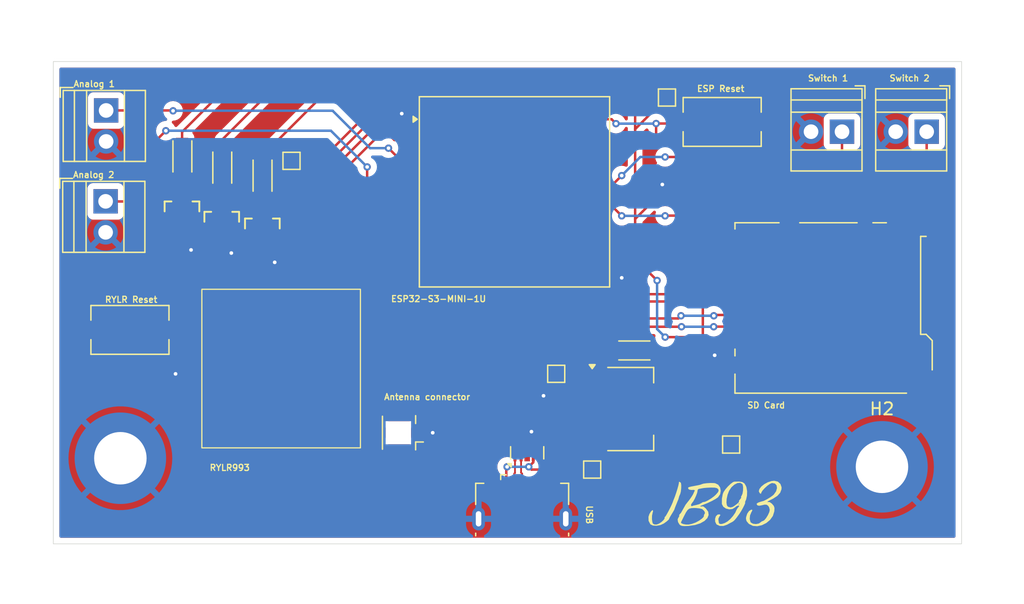
<source format=kicad_pcb>
(kicad_pcb (version 20240108) (generator "pcbnew") (generator_version "8.0")
  (layers (0 "F.Cu" signal) (31 "B.Cu" signal) (34 "B.Paste" user) (35 "F.Paste" user) (36 "B.SilkS" user "B.Silkscreen") (37 "F.SilkS" user "F.Silkscreen") (38 "B.Mask" user) (39 "F.Mask" user) (44 "Edge.Cuts" user))
  (net 0 "")
  (net 1 "GND")
  (net 2 "5V_USB")
  (net 3 "3.3V_OUT")
  (net 4 "Net-(D1-A)")
  (net 5 "Net-(D2-K)")
  (net 6 "Net-(D3-K)")
  (net 7 "Net-(D4-K)")
  (net 9 "USB_D-")
  (net 10 "USB_D+")
  (net 11 "SD_CLK")
  (net 12 "SD_CS")
  (net 15 "SD_MOSI")
  (net 17 "Net-(J2-DAT0)")
  (net 18 "SWITCH_1")
  (net 19 "SWITCH_2")
  (net 20 "Net-(U4-RF)")
  (net 21 "Net-(Q1-Pad1)")
  (net 22 "Net-(Q2-Pad1)")
  (net 23 "Net-(Q3-Pad1)")
  (net 24 "SD_MISO")
  (net 25 "Net-(U4-PH3)")
  (net 26 "Net-(U4-PA10)")
  (net 27 "Net-(U4-PA11)")
  (net 28 "Net-(U4-PA12)")
  (net 29 "Net-(U4-NRST)")
  (net 36 "RYLR_TX")
  (net 39 "RYLR_RX")
  (net 55 "Net-(U1-EN)")
  (net 80 "ANALOG1")
  (net 82 "ANALOG2")
  (footprint "Package_TO_SOT_SMD:SOT-223-3_TabPin2" (layer "F.Cu") (at 235.66 117.4375)
    (property "Reference" "U3" (hide yes))
    (property "Value" "AMS1117-3.3" (hide yes))
  )
  (footprint "AO3418:SOT-23" (layer "F.Cu") (at 198.9 101.08)
    (property "Reference" "Q3" (hide yes))
    (property "Value" "AO3418" (hide yes))
  )
  (footprint "TestPoint:TestPoint_Pad_1.0x1.0mm" (layer "F.Cu") (at 232.53 122.4)
    (property "Reference" "TP1" (hide yes))
    (property "Value" "TestPoint" (hide yes))
  )
  (footprint "LED_SMD:LED_miniPLCC_2315" (layer "F.Cu") (at 205.48 98.18 90)
    (property "Reference" "D2" (hide yes))
    (property "Value" "LED" (hide yes))
  )
  (footprint "Capacitor_SMD:C_0201_0603Metric" (layer "F.Cu") (at 230.39 117.81 90)
    (property "Reference" "C1" (hide yes))
    (property "Value" "10uF" (hide yes))
  )
  (footprint "TerminalBlock:TerminalBlock_Xinya_XY308-2.54-2P_1x02_P2.54mm_Horizontal" (layer "F.Cu") (at 192.682 92.959 -90)
    (property "Reference" "J4" (hide yes))
    (property "Value" "Screw_Terminal_01x02" (hide yes))
  )
  (footprint "TerminalBlock:TerminalBlock_Xinya_XY308-2.54-2P_1x02_P2.54mm_Horizontal" (layer "F.Cu") (at 192.64 100.41 -90)
    (property "Reference" "J6" (hide yes))
    (property "Value" "Screw_Terminal_01x02" (hide yes))
  )
  (footprint "MountingHole:MountingHole_4.3mm_M4_DIN965_Pad" (layer "F.Cu") (at 256.286 122.174)
    (property "Reference" "H2")
    (property "Value" "MountingHole_Pad" (hide yes))
  )
  (footprint "MountingHole:MountingHole_4.3mm_M4_DIN965_Pad" (layer "F.Cu") (at 193.85 121.47)
    (property "Reference" "H1" (hide yes))
    (property "Value" "MountingHole_Pad" (hide yes))
  )
  (footprint "Capacitor_SMD:C_0201_0603Metric" (layer "F.Cu") (at 237.49 99.822 -90)
    (property "Reference" "C5" (hide yes))
    (property "Value" "22uF" (hide yes))
  )
  (footprint "Capacitor_SMD:C_0201_0603Metric" (layer "F.Cu") (at 239.02 95.33 180)
    (property "Reference" "C8" (hide yes))
    (property "Value" "0.1uF" (hide yes))
  )
  (footprint "Button_Switch_SMD:SW_Tactile_SPST_NO_Straight_CK_PTS636Sx25SMTRLFS" (layer "F.Cu") (at 194.635 110.95 180)
    (property "Reference" "SW1" (hide yes))
    (property "Value" "SW_Push" (hide yes))
  )
  (footprint "Capacitor_SMD:C_0201_0603Metric" (layer "F.Cu") (at 240.72 120.55 -90)
    (property "Reference" "C3" (hide yes))
    (property "Value" "10uF" (hide yes))
  )
  (footprint "Resistor_SMD:R_0201_0603Metric" (layer "F.Cu") (at 201.26 104.78 90)
    (property "Reference" "R5" (hide yes))
    (property "Value" "R" (hide yes))
  )
  (footprint "Capacitor_SMD:C_0201_0603Metric" (layer "F.Cu") (at 228.52 117.77 90)
    (property "Reference" "C2" (hide yes))
    (property "Value" "100nF" (hide yes))
  )
  (footprint "Package_DFN_QFN:Diodes_UDFN-10_1.0x2.5mm_P0.5mm" (layer "F.Cu") (at 227.2 121.0225 90)
    (property "Reference" "U2" (hide yes))
    (property "Value" "D3V3XA4B10LP" (hide yes))
  )
  (footprint "Resistor_SMD:R_0201_0603Metric" (layer "F.Cu") (at 215.51 115.32 90)
    (property "Reference" "R3" (hide yes))
    (property "Value" "10k" (hide yes))
  )
  (footprint "Resistor_SMD:R_0201_0603Metric" (layer "F.Cu") (at 204.52 105.41 90)
    (property "Reference" "R4" (hide yes))
    (property "Value" "R" (hide yes))
  )
  (footprint "Capacitor_SMD:C_0201_0603Metric" (layer "F.Cu") (at 237.49 97.79 -90)
    (property "Reference" "C6" (hide yes))
    (property "Value" "0.1uF" (hide yes))
  )
  (footprint "Connector_USB:USB_Micro-B_GCT_USB3076-30-A" (layer "F.Cu") (at 226.788 125.236)
    (property "Reference" "J1" (hide yes))
    (property "Value" "USB_B_Micro" (hide yes))
  )
  (footprint "AO3418:SOT-23" (layer "F.Cu") (at 205.49 102.48)
    (property "Reference" "Q1" (hide yes))
    (property "Value" "AO3418" (hide yes))
  )
  (footprint "LOGO" (layer "F.Cu") (at 242.578369 126.024005)
    (property "Reference" "G***" (hide yes))
    (property "Value" "LOGO" (hide yes))
  )
  (footprint "TestPoint:TestPoint_Pad_1.0x1.0mm" (layer "F.Cu") (at 243.92 120.35)
    (property "Reference" "TP2" (hide yes))
    (property "Value" "TestPoint" (hide yes))
  )
  (footprint "LED_SMD:LED_miniPLCC_2315" (layer "F.Cu") (at 202.18 97.52 90)
    (property "Reference" "D3" (hide yes))
    (property "Value" "LED" (hide yes))
  )
  (footprint "Capacitor_SMD:C_0201_0603Metric" (layer "F.Cu") (at 242.57 114.554 90)
    (property "Reference" "C7" (hide yes))
    (property "Value" "100nF" (hide yes))
  )
  (footprint "TestPoint:TestPoint_Pad_1.0x1.0mm" (layer "F.Cu") (at 207.88 97.09)
    (property "Reference" "TP4" (hide yes))
    (property "Value" "TestPoint" (hide yes))
  )
  (footprint "Resistor_SMD:R_0201_0603Metric" (layer "F.Cu") (at 241.72 105.31)
    (property "Reference" "R2" (hide yes))
    (property "Value" "22" (hide yes))
  )
  (footprint "Connector_Card:microSD_HC_Hirose_DM3BT-DSF-PEJS" (layer "F.Cu") (at 252.12 109.15 90)
    (property "Reference" "J2" (hide yes))
    (property "Value" "Micro_SD_Card" (hide yes))
  )
  (footprint "AO3418:SOT-23" (layer "F.Cu") (at 202.16 101.93)
    (property "Reference" "Q2" (hide yes))
    (property "Value" "AO3418" (hide yes))
  )
  (footprint "Connector_Coaxial:U.FL_Hirose_U.FL-R-SMT-1_Vertical" (layer "F.Cu") (at 217.17 119.38 180)
    (property "Reference" "J5" (hide yes))
    (property "Value" "U.FL-R-SMT-1_10_" (hide yes))
  )
  (footprint "LED_SMD:LED_miniPLCC_2315" (layer "F.Cu") (at 198.91 96.6 90)
    (property "Reference" "D4" (hide yes))
    (property "Value" "LED" (hide yes))
  )
  (footprint "TestPoint:TestPoint_Pad_1.0x1.0mm" (layer "F.Cu") (at 229.58 114.55)
    (property "Reference" "TP6" (hide yes))
    (property "Value" "TestPoint" (hide yes))
  )
  (footprint "TerminalBlock:TerminalBlock_Xinya_XY308-2.54-2P_1x02_P2.54mm_Horizontal" (layer "F.Cu") (at 259.95 94.7 180)
    (property "Reference" "J3" (hide yes))
    (property "Value" "Screw_Terminal_01x02" (hide yes))
  )
  (footprint "Resistor_SMD:R_0201_0603Metric" (layer "F.Cu") (at 240.57 113.89 90)
    (property "Reference" "R1" (hide yes))
    (property "Value" "R" (hide yes))
  )
  (footprint "RF_Module:ESP32-S2-MINI-1U" (layer "F.Cu") (at 226.16 99.63)
    (property "Reference" "U1" (hide yes))
    (property "Value" "ESP32-S3-MINI-1U" (hide yes))
  )
  (footprint "Button_Switch_SMD:SW_Tactile_SPST_NO_Straight_CK_PTS636Sx25SMTRLFS" (layer "F.Cu") (at 243.185 93.9 180)
    (property "Reference" "SW2" (hide yes))
    (property "Value" "SW_Push" (hide yes))
  )
  (footprint "Capacitor_SMD:C_0201_0603Metric" (layer "F.Cu") (at 241.58 120.56 -90)
    (property "Reference" "C4" (hide yes))
    (property "Value" "100nF" (hide yes))
  )
  (footprint "TestPoint:TestPoint_Pad_1.0x1.0mm" (layer "F.Cu") (at 238.66 91.9)
    (property "Reference" "TP5" (hide yes))
    (property "Value" "TestPoint" (hide yes))
  )
  (footprint "Resistor_SMD:R_0201_0603Metric" (layer "F.Cu") (at 197.91 104.67 90)
    (property "Reference" "R6" (hide yes))
    (property "Value" "R" (hide yes))
  )
  (footprint "TerminalBlock:TerminalBlock_Xinya_XY308-2.54-2P_1x02_P2.54mm_Horizontal" (layer "F.Cu") (at 253.01 94.7 180)
    (property "Reference" "J7" (hide yes))
    (property "Value" "Screw_Terminal_01x02" (hide yes))
  )
  (footprint "LED_SMD:LED_miniPLCC_2315" (layer "F.Cu") (at 236.11 112.61)
    (property "Reference" "D1" (hide yes))
    (property "Value" "LED" (hide yes))
  )
  (footprint "RYLR993:RYLR993" (layer "F.Cu") (at 207.03 114.12 180)
    (property "Reference" "U4" (hide yes))
    (property "Value" "RYLR993" (hide yes))
  )
  (gr_rect (start 188.35 88.95) (end 262.816 128.488) (stroke (width 0.05)) (fill none) (layer "Edge.Cuts"))
  (gr_text "ESP32-S3-MINI-1U" (at 215.99 108.7 0) (layer "F.SilkS") (effects (font (size 0.5 0.5) (thickness 0.1)) (justify left bottom)))
  (gr_text "RYLR993" (at 201.12 122.54 0) (layer "F.SilkS") (effects (font (size 0.5 0.5) (thickness 0.1)) (justify left bottom)))
  (gr_text "Switch 1" (at 250.17 90.61 0) (layer "F.SilkS") (effects (font (size 0.5 0.5) (thickness 0.1)) (justify left bottom)))
  (gr_text "SD Card " (at 245.19 117.42 0) (layer "F.SilkS") (effects (font (size 0.5 0.5) (thickness 0.1)) (justify left bottom)))
  (gr_text "USB" (at 232 125.29 -90) (layer "F.SilkS") (effects (font (size 0.5 0.5) (thickness 0.1)) (justify left bottom)))
  (gr_text "RYLR Reset" (at 192.54 108.76 0) (layer "F.SilkS") (effects (font (size 0.5 0.5) (thickness 0.1)) (justify left bottom)))
  (gr_text "Switch 2\n" (at 256.85 90.61 0) (layer "F.SilkS") (effects (font (size 0.5 0.5) (thickness 0.1)) (justify left bottom)))
  (gr_text "Analog 2" (at 189.92 98.53 0) (layer "F.SilkS") (effects (font (size 0.5 0.5) (thickness 0.1)) (justify left bottom)))
  (gr_text "Antenna connector" (at 215.42 116.74 0) (layer "F.SilkS") (effects (font (size 0.5 0.5) (thickness 0.1)) (justify left bottom)))
  (gr_text "Analog 1" (at 189.962 91.079 0) (layer "F.SilkS") (effects (font (size 0.5 0.5) (thickness 0.1)) (justify left bottom)))
  (gr_text "ESP Reset" (at 241.07 91.47 0) (layer "F.SilkS") (effects (font (size 0.5 0.5) (thickness 0.1)) (justify left bottom)))
  (segment (start 227.2 119.64) (end 227.55 119.29) (width 0.2) (layer "F.Cu") (net 1))
  (segment (start 219.16 92.63) (end 216.996 92.63) (width 0.2) (layer "F.Cu") (net 1))
  (segment (start 237.49 97.47) (end 237.689999 97.47) (width 0.2) (layer "F.Cu") (net 1))
  (segment (start 206.44 105.348) (end 206.502 105.41) (width 0.2) (layer "F.Cu") (net 1))
  (segment (start 237.808 99.502) (end 238.28 99.03) (width 0.2) (layer "F.Cu") (net 1))
  (segment (start 217.932 93.218) (end 216.916 93.218) (width 0.2) (layer "F.Cu") (net 1))
  (segment (start 238.28 98.060001) (end 238.28 99.03) (width 0.2) (layer "F.Cu") (net 1))
  (segment (start 219.16 94.53) (end 217.466 94.53) (width 0.2) (layer "F.Cu") (net 1))
  (segment (start 217.466 94.53) (end 216.916 93.98) (width 0.2) (layer "F.Cu") (net 1))
  (segment (start 192.382 103.622) (end 192.382 103.129) (width 0.2) (layer "F.Cu") (net 1))
  (segment (start 228.52 117.45) (end 228.52 116.37) (width 0.2) (layer "F.Cu") (net 1))
  (segment (start 242.57 114.234) (end 242.57 113.03) (width 0.2) (layer "F.Cu") (net 1))
  (segment (start 198.44 114.62) (end 198.374 114.554) (width 0.2) (layer "F.Cu") (net 1))
  (segment (start 228.088 123.786) (end 228.088 123.322) (width 0.2) (layer "F.Cu") (net 1))
  (segment (start 233.16 106.63) (end 234.9 106.63) (width 0.2) (layer "F.Cu") (net 1))
  (segment (start 227.2 120.61) (end 227.2 119.64) (width 0.2) (layer "F.Cu") (net 1))
  (segment (start 218.394 93.68) (end 217.932 93.218) (width 0.2) (layer "F.Cu") (net 1))
  (segment (start 199.85 102.18) (end 199.85 104.188) (width 0.2) (layer "F.Cu") (net 1))
  (segment (start 237.689999 97.47) (end 238.28 98.060001) (width 0.2) (layer "F.Cu") (net 1))
  (segment (start 227.2 121.3725) (end 227.2 120.61) (width 0.2) (layer "F.Cu") (net 1))
  (segment (start 206.44 103.58) (end 206.44 105.348) (width 0.2) (layer "F.Cu") (net 1))
  (segment (start 228.52 116.37) (end 228.54 116.35) (width 0.2) (layer "F.Cu") (net 1))
  (segment (start 200.83 114.62) (end 198.44 114.62) (width 0.2) (layer "F.Cu") (net 1))
  (segment (start 203.11 104.484) (end 202.946 104.648) (width 0.2) (layer "F.Cu") (net 1))
  (segment (start 234.9 106.63) (end 234.95 106.68) (width 0.2) (layer "F.Cu") (net 1))
  (segment (start 237.49 99.502) (end 237.808 99.502) (width 0.2) (layer "F.Cu") (net 1))
  (segment (start 216.916 92.71) (end 216.916 93.218) (width 0.2) (layer "F.Cu") (net 1))
  (segment (start 203.11 103.03) (end 203.11 104.484) (width 0.2) (layer "F.Cu") (net 1))
  (segment (start 199.85 104.188) (end 199.644 104.394) (width 0.2) (layer "F.Cu") (net 1))
  (segment (start 216.996 92.63) (end 216.916 92.71) (width 0.2) (layer "F.Cu") (net 1))
  (segment (start 219.16 93.68) (end 218.394 93.68) (width 0.2) (layer "F.Cu") (net 1))
  (segment (start 216.916 93.98) (end 216.916 93.218) (width 0.2) (layer "F.Cu") (net 1))
  (via (at 199.644 104.394) (size 0.6) (drill 0.3) (layers "F.Cu" "B.Cu") (net 1))
  (via (at 234.95 106.68) (size 0.6) (drill 0.3) (layers "F.Cu" "B.Cu") (net 1))
  (via (at 238.28 99.03) (size 0.6) (drill 0.3) (layers "F.Cu" "B.Cu") (net 1))
  (via (at 242.57 113.03) (size 0.6) (drill 0.3) (layers "F.Cu" "B.Cu") (net 1))
  (via (at 198.374 114.554) (size 0.6) (drill 0.3) (layers "F.Cu" "B.Cu") (net 1))
  (via (at 216.916 93.218) (size 0.6) (drill 0.3) (layers "F.Cu" "B.Cu") (net 1))
  (via (at 202.946 104.648) (size 0.6) (drill 0.3) (layers "F.Cu" "B.Cu") (net 1))
  (via (at 227.55 119.29) (size 0.6) (drill 0.3) (layers "F.Cu" "B.Cu") (net 1))
  (via (at 206.502 105.41) (size 0.6) (drill 0.3) (layers "F.Cu" "B.Cu") (net 1))
  (via (at 228.54 116.35) (size 0.6) (drill 0.3) (layers "F.Cu" "B.Cu") (net 1))
  (via (at 219.456 119.38) (size 0.6) (drill 0.3) (layers "F.Cu" "B.Cu") (net 1))
  (segment (start 230.39 118.13) (end 230.39 119.0775) (width 0.2) (layer "F.Cu") (net 2))
  (segment (start 229.73 119.7375) (end 232.51 119.7375) (width 0.2) (layer "F.Cu") (net 2))
  (segment (start 227.33 122.174) (end 227.556 122.4) (width 0.2) (layer "F.Cu") (net 2))
  (segment (start 228.52 118.09) (end 228.52 119.59) (width 0.2) (layer "F.Cu") (net 2))
  (segment (start 228.2425 119.7375) (end 228.3725 119.7375) (width 0.2) (layer "F.Cu") (net 2))
  (segment (start 229.21 119.7375) (end 229.73 119.7375) (width 0.2) (layer "F.Cu") (net 2))
  (segment (start 228.3725 119.7375) (end 229.21 119.7375) (width 0.2) (layer "F.Cu") (net 2))
  (segment (start 227.7 121.804) (end 227.7 121.41) (width 0.2) (layer "F.Cu") (net 2))
  (segment (start 227.7 120.635) (end 227.7 120.28) (width 0.2) (layer "F.Cu") (net 2))
  (segment (start 229.58 114.55) (end 229.58 119.3675) (width 0.2) (layer "F.Cu") (net 2))
  (segment (start 227.33 122.174) (end 227.7 121.804) (width 0.2) (layer "F.Cu") (net 2))
  (segment (start 228.52 119.59) (end 228.3725 119.7375) (width 0.2) (layer "F.Cu") (net 2))
  (segment (start 225.488 123.786) (end 225.488 122.238) (width 0.2) (layer "F.Cu") (net 2))
  (segment (start 227.556 122.4) (end 232.53 122.4) (width 0.2) (layer "F.Cu") (net 2))
  (segment (start 225.488 122.238) (end 225.552 122.174) (width 0.2) (layer "F.Cu") (net 2))
  (segment (start 230.39 119.0775) (end 229.73 119.7375) (width 0.2) (layer "F.Cu") (net 2))
  (segment (start 227.7 120.28) (end 228.2425 119.7375) (width 0.2) (layer "F.Cu") (net 2))
  (segment (start 229.58 119.3675) (end 229.21 119.7375) (width 0.2) (layer "F.Cu") (net 2))
  (segment (start 227.7 121.41) (end 227.7 120.635) (width 0.2) (layer "F.Cu") (net 2))
  (via (at 227.33 122.174) (size 0.6) (drill 0.3) (layers "F.Cu" "B.Cu") (net 2))
  (via (at 225.552 122.174) (size 0.6) (drill 0.3) (layers "F.Cu" "B.Cu") (net 2))
  (segment (start 225.552 122.174) (end 227.33 122.174) (width 0.2) (layer "B.Cu") (net 2))
  (segment (start 211.18 91.08) (end 216.01 91.08) (width 0.2) (layer "F.Cu") (net 3))
  (segment (start 241.07 119.07) (end 241.07 117.8575) (width 0.2) (layer "F.Cu") (net 3))
  (segment (start 216.31 95.38) (end 215.7 94.77) (width 0.2) (layer "F.Cu") (net 3))
  (segment (start 241.6 113.5) (end 241.6 112.46) (width 0.2) (layer "F.Cu") (net 3))
  (segment (start 215.7 92.34) (end 215.7 91.63) (width 0.2) (layer "F.Cu") (net 3))
  (segment (start 240.4 117.4375) (end 240.54 117.4375) (width 0.2) (layer "F.Cu") (net 3))
  (segment (start 236.05 91.57) (end 236.05 94.49) (width 0.2) (layer "F.Cu") (net 3))
  (segment (start 241.6 115.24) (end 241.6 115.26) (width 0.2) (layer "F.Cu") (net 3))
  (segment (start 238.81 117.4375) (end 240.18 117.4375) (width 0.2) (layer "F.Cu") (net 3))
  (segment (start 240.65 117.4375) (end 240.75 117.4375) (width 0.2) (layer "F.Cu") (net 3))
  (segment (start 241.6 112.46) (end 241.6 109.03) (width 0.2) (layer "F.Cu") (net 3))
  (segment (start 238.64 91.9) (end 236.05 94.49) (width 0.2) (layer "F.Cu") (net 3))
  (segment (start 241.07 117.8575) (end 240.65 117.4375) (width 0.2) (layer "F.Cu") (net 3))
  (segment (start 210.53 98.51) (end 215.7 93.34) (width 0.2) (layer "F.Cu") (net 3))
  (segment (start 202.18 95.37) (end 206.47 91.08) (width 0.2) (layer "F.Cu") (net 3))
  (segment (start 243.92 120.35) (end 243.92 120.1875) (width 0.2) (layer "F.Cu") (net 3))
  (segment (start 241.2925 117.4375) (end 241.6 117.13) (width 0.2) (layer "F.Cu") (net 3))
  (segment (start 241.17 117.4375) (end 241.2925 117.4375) (width 0.2) (layer "F.Cu") (net 3))
  (segment (start 202.55 91.08) (end 206.56 91.08) (width 0.2) (layer "F.Cu") (net 3))
  (segment (start 241.6 115.26) (end 241.6 113.5) (width 0.2) (layer "F.Cu") (net 3))
  (segment (start 237.49 100.142) (end 237.49 100.414) (width 0.2) (layer "F.Cu") (net 3))
  (segment (start 241.6 115.824) (end 241.6 115.26) (width 0.2) (layer "F.Cu") (net 3))
  (segment (start 243.92 120.1875) (end 241.17 117.4375) (width 0.2) (layer "F.Cu") (net 3))
  (segment (start 235.55 91.07) (end 236.05 91.57) (width 0.2) (layer "F.Cu") (net 3))
  (segment (start 222.76 91.07) (end 224.34 91.07) (width 0.2) (layer "F.Cu") (net 3))
  (segment (start 198.91 94.72) (end 202.55 91.08) (width 0.2) (layer "F.Cu") (net 3))
  (segment (start 209.71 98.47) (end 215.7 92.48) (width 0.2) (layer "F.Cu") (net 3))
  (segment (start 241.58 120.24) (end 241.58 119.58) (width 0.2) (layer "F.Cu") (net 3))
  (segment (start 205.48 97.18) (end 205.48 96.68) (width 0.2) (layer "F.Cu") (net 3))
  (segment (start 216.02 91.07) (end 222.76 91.07) (width 0.2) (layer "F.Cu") (net 3))
  (segment (start 210.53 107.92) (end 210.53 98.51) (width 0.2) (layer "F.Cu") (net 3))
  (segment (start 237.49 98.128) (end 236.05 99.568) (width 0.2) (layer "F.Cu") (net 3))
  (segment (start 242.57 114.874) (end 242.55 114.874) (width 0.2) (layer "F.Cu") (net 3))
  (segment (start 209.53 107.92) (end 209.71 107.74) (width 0.2) (layer "F.Cu") (net 3))
  (segment (start 237.49 98.11) (end 237.49 98.128) (width 0.2) (layer "F.Cu") (net 3))
  (segment (start 240.94 117.4375) (end 241.17 117.4375) (width 0.2) (layer "F.Cu") (net 3))
  (segment (start 241.58 119.58) (end 241.07 119.07) (width 0.2) (layer "F.Cu") (net 3))
  (segment (start 241.6 109.03) (end 242.005 108.625) (width 0.2) (layer "F.Cu") (net 3))
  (segment (start 224.34 91.07) (end 235.55 91.07) (width 0.2) (layer "F.Cu") (net 3))
  (segment (start 215.7 91.39) (end 216.02 91.07) (width 0.2) (layer "F.Cu") (net 3))
  (segment (start 240.57 114.21) (end 241.6 115.24) (width 0.2) (layer "F.Cu") (net 3))
  (segment (start 206.47 91.08) (end 206.56 91.08) (width 0.2) (layer "F.Cu") (net 3))
  (segment (start 236.05 94.49) (end 236.05 99.568) (width 0.2) (layer "F.Cu") (net 3))
  (segment (start 198.91 95.6) (end 198.91 94.72) (width 0.2) (layer "F.Cu") (net 3))
  (segment (start 242.005 108.625) (end 244.495 108.625) (width 0.2) (layer "F.Cu") (net 3))
  (segment (start 240.72 120.23) (end 240.72 117.9775) (width 0.2) (layer "F.Cu") (net 3))
  (segment (start 215.7 93.34) (end 215.7 92.34) (width 0.2) (layer "F.Cu") (net 3))
  (segment (start 241.6 117.13) (end 241.6 115.824) (width 0.2) (layer "F.Cu") (net 3))
  (segment (start 236.05 101.854) (end 236.05 105.1) (width 0.2) (layer "F.Cu") (net 3))
  (segment (start 215.7 92.48) (end 215.7 92.34) (width 0.2) (layer "F.Cu") (net 3))
  (segment (start 240.18 117.4375) (end 240.4 117.4375) (width 0.2) (layer "F.Cu") (net 3))
  (segment (start 232.51 117.4375) (end 238.81 117.4375) (width 0.2) (layer "F.Cu") (net 3))
  (segment (start 205.48 96.68) (end 211.08 91.08) (width 0.2) (layer "F.Cu") (net 3))
  (segment (start 210.24 97.09) (end 215.7 91.63) (width 0.2) (layer "F.Cu") (net 3))
  (segment (start 240.68 111.54) (end 241.6 112.46) (width 0.2) (layer "F.Cu") (net 3))
  (segment (start 219.16 95.38) (end 216.31 95.38) (width 0.2) (layer "F.Cu") (net 3))
  (segment (start 238.66 91.9) (end 238.64 91.9) (width 0.2) (layer "F.Cu") (net 3))
  (segment (start 208.53 98.8) (end 210.24 97.09) (width 0.2) (layer "F.Cu") (net 3))
  (segment (start 211.53 98.51) (end 215.7 94.34) (width 0.2) (layer "F.Cu") (net 3))
  (segment (start 206.56 91.08) (end 211.18 91.08) (width 0.2) (layer "F.Cu") (net 3))
  (segment (start 242.55 114.874) (end 241.6 115.824) (width 0.2) (layer "F.Cu") (net 3))
  (segment (start 238.51 111.54) (end 240.68 111.54) (width 0.2) (layer "F.Cu") (net 3))
  (segment (start 240.54 117.4375) (end 240.75 117.4375) (width 0.2) (layer "F.Cu") (net 3))
  (segment (start 216.01 91.08) (end 216.02 91.07) (width 0.2) (layer "F.Cu") (net 3))
  (segment (start 211.53 107.92) (end 211.53 98.51) (width 0.2) (layer "F.Cu") (net 3))
  (segment (start 209.71 107.74) (end 209.71 98.47) (width 0.2) (layer "F.Cu") (net 3))
  (segment (start 237.49 100.414) (end 236.05 101.854) (width 0.2) (layer "F.Cu") (net 3))
  (segment (start 211.08 91.08) (end 211.18 91.08) (width 0.2) (layer "F.Cu") (net 3))
  (segment (start 236.05 105.1) (end 237.85 106.9) (width 0.2) (layer "F.Cu") (net 3))
  (segment (start 215.7 94.34) (end 215.7 93.34) (width 0.2) (layer "F.Cu") (net 3))
  (segment (start 215.7 91.63) (end 215.7 91.39) (width 0.2) (layer "F.Cu") (net 3))
  (segment (start 202.18 96.52) (end 202.18 95.37) (width 0.2) (layer "F.Cu") (net 3))
  (segment (start 236.05 99.568) (end 236.05 101.854) (width 0.2) (layer "F.Cu") (net 3))
  (segment (start 240.65 117.4375) (end 240.54 117.4375) (width 0.2) (layer "F.Cu") (net 3))
  (segment (start 215.7 94.77) (end 215.7 94.34) (width 0.2) (layer "F.Cu") (net 3))
  (segment (start 240.75 117.4375) (end 240.94 117.4375) (width 0.2) (layer "F.Cu") (net 3))
  (segment (start 208.53 107.92) (end 208.53 98.8) (width 0.2) (layer "F.Cu") (net 3))
  (segment (start 240.72 117.9775) (end 240.18 117.4375) (width 0.2) (layer "F.Cu") (net 3))
  (segment (start 207.88 97.09) (end 210.24 97.09) (width 0.2) (layer "F.Cu") (net 3))
  (via (at 237.85 106.9) (size 0.6) (drill 0.3) (layers "F.Cu" "B.Cu") (net 3))
  (via (at 238.51 111.54) (size 0.6) (drill 0.3) (layers "F.Cu" "B.Cu") (net 3))
  (segment (start 237.85 110.88) (end 238.51 111.54) (width 0.2) (layer "B.Cu") (net 3))
  (segment (start 237.85 106.9) (end 237.85 110.88) (width 0.2) (layer "B.Cu") (net 3))
  (segment (start 240.57 113.57) (end 239.61 112.61) (width 0.2) (layer "F.Cu") (net 4))
  (segment (start 239.61 112.61) (end 237.11 112.61) (width 0.2) (layer "F.Cu") (net 4))
  (segment (start 205.49 99.19) (end 205.48 99.18) (width 0.2) (layer "F.Cu") (net 5))
  (segment (start 205.49 101.38) (end 205.49 99.19) (width 0.2) (layer "F.Cu") (net 5))
  (segment (start 202.16 100.83) (end 202.16 98.54) (width 0.2) (layer "F.Cu") (net 6))
  (segment (start 202.16 98.54) (end 202.18 98.52) (width 0.2) (layer "F.Cu") (net 6))
  (segment (start 198.9 97.61) (end 198.91 97.6) (width 0.2) (layer "F.Cu") (net 7))
  (segment (start 198.9 99.98) (end 198.9 97.61) (width 0.2) (layer "F.Cu") (net 7))
  (segment (start 226.2 120.166249) (end 226.25 120.116249) (width 0.15) (layer "F.Cu") (net 9))
  (segment (start 226.2 122.673999) (end 226.2 121.41) (width 0.15) (layer "F.Cu") (net 9))
  (segment (start 226.25 107.449782) (end 226.16 107.359782) (width 0.15) (layer "F.Cu") (net 9))
  (segment (start 226.16 107.359782) (end 226.16 106.63) (width 0.15) (layer "F.Cu") (net 9))
  (segment (start 226.25 120.116249) (end 226.25 107.449782) (width 0.15) (layer "F.Cu") (net 9))
  (segment (start 226.138 123.786) (end 226.138 122.735999) (width 0.15) (layer "F.Cu") (net 9))
  (segment (start 226.2 121.41) (end 226.2 120.635) (width 0.15) (layer "F.Cu") (net 9))
  (segment (start 226.138 122.735999) (end 226.2 122.673999) (width 0.15) (layer "F.Cu") (net 9))
  (segment (start 226.2 120.635) (end 226.2 120.166249) (width 0.15) (layer "F.Cu") (net 9))
  (segment (start 227.01 107.254) (end 227.01 106.63) (width 0.15) (layer "F.Cu") (net 10))
  (segment (start 226.7 120.166249) (end 226.822 120.044249) (width 0.15) (layer "F.Cu") (net 10))
  (segment (start 226.7 120.635) (end 226.7 120.166249) (width 0.15) (layer "F.Cu") (net 10))
  (segment (start 226.788 123.786) (end 226.788 122.735999) (width 0.15) (layer "F.Cu") (net 10))
  (segment (start 226.822 107.442) (end 227.01 107.254) (width 0.15) (layer "F.Cu") (net 10))
  (segment (start 226.822 120.044249) (end 226.822 107.442) (width 0.15) (layer "F.Cu") (net 10))
  (segment (start 226.788 122.735999) (end 226.7 122.647999) (width 0.15) (layer "F.Cu") (net 10))
  (segment (start 226.7 121.41) (end 226.7 120.635) (width 0.15) (layer "F.Cu") (net 10))
  (segment (start 226.7 122.647999) (end 226.7 121.41) (width 0.15) (layer "F.Cu") (net 10))
  (segment (start 240.89 108.62) (end 241.985 107.525) (width 0.2) (layer "F.Cu") (net 11))
  (segment (start 230.41 108.49) (end 230.54 108.62) (width 0.2) (layer "F.Cu") (net 11))
  (segment (start 241.985 107.525) (end 244.495 107.525) (width 0.2) (layer "F.Cu") (net 11))
  (segment (start 230.54 108.62) (end 240.89 108.62) (width 0.2) (layer "F.Cu") (net 11))
  (segment (start 230.41 106.63) (end 230.41 108.49) (width 0.2) (layer "F.Cu") (net 11))
  (segment (start 227.86 106.63) (end 227.86 109.17) (width 0.2) (layer "F.Cu") (net 12))
  (segment (start 227.86 109.17) (end 229.38 110.69) (width 0.2) (layer "F.Cu") (net 12))
  (segment (start 229.38 110.69) (end 239.85 110.69) (width 0.2) (layer "F.Cu") (net 12))
  (segment (start 242.49 110.69) (end 242.5 110.68) (width 0.2) (layer "F.Cu") (net 12))
  (segment (start 242.5 110.68) (end 244.35 110.68) (width 0.2) (layer "F.Cu") (net 12))
  (segment (start 244.35 110.68) (end 244.495 110.825) (width 0.2) (layer "F.Cu") (net 12))
  (via (at 242.49 110.69) (size 0.6) (drill 0.3) (layers "F.Cu" "B.Cu") (net 12))
  (via (at 239.85 110.69) (size 0.6) (drill 0.3) (layers "F.Cu" "B.Cu") (net 12))
  (segment (start 239.85 110.69) (end 242.49 110.69) (width 0.2) (layer "B.Cu") (net 12))
  (segment (start 228.78 108.82) (end 229.97 110.01) (width 0.2) (layer "F.Cu") (net 15))
  (segment (start 229.97 110.01) (end 230.16 110.01) (width 0.2) (layer "F.Cu") (net 15))
  (segment (start 239.59 110.01) (end 239.81 109.79) (width 0.2) (layer "F.Cu") (net 15))
  (segment (start 242.565 109.725) (end 244.495 109.725) (width 0.2) (layer "F.Cu") (net 15))
  (segment (start 242.5 109.79) (end 242.565 109.725) (width 0.2) (layer "F.Cu") (net 15))
  (segment (start 228.71 108.75) (end 228.78 108.82) (width 0.2) (layer "F.Cu") (net 15))
  (segment (start 230.16 110.01) (end 239.59 110.01) (width 0.2) (layer "F.Cu") (net 15))
  (segment (start 228.71 106.63) (end 228.71 108.75) (width 0.2) (layer "F.Cu") (net 15))
  (via (at 242.5 109.79) (size 0.6) (drill 0.3) (layers "F.Cu" "B.Cu") (net 15))
  (via (at 239.81 109.79) (size 0.6) (drill 0.3) (layers "F.Cu" "B.Cu") (net 15))
  (segment (start 239.81 109.79) (end 242.5 109.79) (width 0.2) (layer "B.Cu") (net 15))
  (segment (start 242.04 105.31) (end 244.48 105.31) (width 0.2) (layer "F.Cu") (net 17))
  (segment (start 244.48 105.31) (end 244.495 105.325) (width 0.2) (layer "F.Cu") (net 17))
  (segment (start 253.01 96.22) (end 252.456 96.774) (width 0.2) (layer "F.Cu") (net 18))
  (segment (start 252.456 96.774) (end 238.506 96.774) (width 0.2) (layer "F.Cu") (net 18))
  (segment (start 253.01 94.7) (end 253.01 96.22) (width 0.2) (layer "F.Cu") (net 18))
  (segment (start 233.618 99.63) (end 234.95 98.298) (width 0.2) (layer "F.Cu") (net 18))
  (segment (start 233.618 99.63) (end 233.16 99.63) (width 0.2) (layer "F.Cu") (net 18))
  (via (at 238.506 96.774) (size 0.6) (drill 0.3) (layers "F.Cu" "B.Cu") (net 18))
  (via (at 234.95 98.298) (size 0.6) (drill 0.3) (layers "F.Cu" "B.Cu") (net 18))
  (segment (start 238.506 96.774) (end 236.474 96.774) (width 0.2) (layer "B.Cu") (net 18))
  (segment (start 236.474 96.774) (end 234.95 98.298) (width 0.2) (layer "B.Cu") (net 18))
  (segment (start 259.95 94.7) (end 259.95 97.6) (width 0.2) (layer "F.Cu") (net 19))
  (segment (start 257.982 99.568) (end 242.57 99.568) (width 0.2) (layer "F.Cu") (net 19))
  (segment (start 240.55778 101.58022) (end 238.52578 101.58022) (width 0.2) (layer "F.Cu") (net 19))
  (segment (start 242.57 99.568) (end 240.55778 101.58022) (width 0.2) (layer "F.Cu") (net 19))
  (segment (start 233.83 100.48) (end 234.95 101.6) (width 0.2) (layer "F.Cu") (net 19))
  (segment (start 259.95 97.6) (end 257.982 99.568) (width 0.2) (layer "F.Cu") (net 19))
  (segment (start 233.16 100.48) (end 233.83 100.48) (width 0.2) (layer "F.Cu") (net 19))
  (segment (start 238.52578 101.58022) (end 238.506 101.6) (width 0.2) (layer "F.Cu") (net 19))
  (via (at 234.95 101.6) (size 0.6) (drill 0.3) (layers "F.Cu" "B.Cu") (net 19))
  (via (at 238.506 101.6) (size 0.6) (drill 0.3) (layers "F.Cu" "B.Cu") (net 19))
  (segment (start 234.95 101.6) (end 238.506 101.6) (width 0.2) (layer "B.Cu") (net 19))
  (segment (start 211.53 120.32) (end 211.53 121.614) (width 0.2) (layer "F.Cu") (net 20))
  (segment (start 211.53 121.614) (end 211.836 121.92) (width 0.2) (layer "F.Cu") (net 20))
  (segment (start 220.218 120.396) (end 220.218 118.11) (width 0.2) (layer "F.Cu") (net 20))
  (segment (start 220.218 118.11) (end 220.013 117.905) (width 0.2) (layer "F.Cu") (net 20))
  (segment (start 220.013 117.905) (end 216.695 117.905) (width 0.2) (layer "F.Cu") (net 20))
  (segment (start 215.63 121.92) (end 216.695 120.855) (width 0.2) (layer "F.Cu") (net 20))
  (segment (start 216.695 120.855) (end 219.759 120.855) (width 0.2) (layer "F.Cu") (net 20))
  (segment (start 219.759 120.855) (end 220.218 120.396) (width 0.2) (layer "F.Cu") (net 20))
  (segment (start 211.836 121.92) (end 215.63 121.92) (width 0.2) (layer "F.Cu") (net 20))
  (segment (start 204.52 103.6) (end 204.54 103.58) (width 0.2) (layer "F.Cu") (net 21))
  (segment (start 204.52 105.09) (end 204.52 103.6) (width 0.2) (layer "F.Cu") (net 21))
  (segment (start 201.26 104.46) (end 201.26 103.08) (width 0.2) (layer "F.Cu") (net 22))
  (segment (start 201.27 103.65) (end 201.19 103.57) (width 0.2) (layer "F.Cu") (net 22))
  (segment (start 201.26 103.08) (end 201.21 103.03) (width 0.2) (layer "F.Cu") (net 22))
  (segment (start 197.91 104.35) (end 197.91 102.22) (width 0.2) (layer "F.Cu") (net 23))
  (segment (start 197.91 102.22) (end 197.95 102.18) (width 0.2) (layer "F.Cu") (net 23))
  (segment (start 231.26 107.74) (end 231.54 108.02) (width 0.2) (layer "F.Cu") (net 24))
  (segment (start 241.3 105.31) (end 241.4 105.31) (width 0.2) (layer "F.Cu") (net 24))
  (segment (start 231.54 108.02) (end 238.59 108.02) (width 0.2) (layer "F.Cu") (net 24))
  (segment (start 238.59 108.02) (end 241.3 105.31) (width 0.2) (layer "F.Cu") (net 24))
  (segment (start 231.26 106.63) (end 231.26 107.74) (width 0.2) (layer "F.Cu") (net 24))
  (segment (start 214.98 113.62) (end 215.51 114.15) (width 0.2) (layer "F.Cu") (net 25))
  (segment (start 215.51 114.15) (end 215.51 115) (width 0.2) (layer "F.Cu") (net 25))
  (segment (start 213.23 113.62) (end 214.98 113.62) (width 0.2) (layer "F.Cu") (net 25))
  (segment (start 204.53 105.74) (end 204.52 105.73) (width 0.2) (layer "F.Cu") (net 26))
  (segment (start 204.53 107.92) (end 204.53 105.74) (width 0.2) (layer "F.Cu") (net 26))
  (segment (start 203.53 107.17) (end 202.3 105.94) (width 0.2) (layer "F.Cu") (net 27))
  (segment (start 201.27 105.74) (end 201.27 105.48) (width 0.2) (layer "F.Cu") (net 27))
  (segment (start 202.3 105.94) (end 201.47 105.94) (width 0.2) (layer "F.Cu") (net 27))
  (segment (start 201.47 105.94) (end 201.27 105.74) (width 0.2) (layer "F.Cu") (net 27))
  (segment (start 203.53 107.92) (end 203.53 107.17) (width 0.2) (layer "F.Cu") (net 27))
  (segment (start 201.26 105.1) (end 201.26 105.47) (width 0.2) (layer "F.Cu") (net 27))
  (segment (start 201.26 105.47) (end 201.27 105.48) (width 0.2) (layer "F.Cu") (net 27))
  (segment (start 202.27 106.66) (end 202.53 106.92) (width 0.2) (layer "F.Cu") (net 28))
  (segment (start 197.91 104.99) (end 197.91 105.96) (width 0.2) (layer "F.Cu") (net 28))
  (segment (start 198.61 106.66) (end 202.27 106.66) (width 0.2) (layer "F.Cu") (net 28))
  (segment (start 197.91 105.96) (end 198.61 106.66) (width 0.2) (layer "F.Cu") (net 28))
  (segment (start 202.53 106.92) (end 202.53 107.92) (width 0.2) (layer "F.Cu") (net 28))
  (segment (start 198.51 112.22) (end 198.51 110.95) (width 0.2) (layer "F.Cu") (net 29))
  (segment (start 200.81 112.6) (end 200.83 112.62) (width 0.2) (layer "F.Cu") (net 29))
  (segment (start 200.83 112.62) (end 198.91 112.62) (width 0.2) (layer "F.Cu") (net 29))
  (segment (start 198.91 112.62) (end 198.51 112.22) (width 0.2) (layer "F.Cu") (net 29))
  (segment (start 225.31 118.92) (end 219.61 124.62) (width 0.2) (layer "F.Cu") (net 36))
  (segment (start 225.31 106.63) (end 225.31 118.92) (width 0.2) (layer "F.Cu") (net 36))
  (segment (start 208.59 124.62) (end 207.53 123.56) (width 0.2) (layer "F.Cu") (net 36))
  (segment (start 207.53 123.56) (end 207.53 120.32) (width 0.2) (layer "F.Cu") (net 36))
  (segment (start 219.61 124.62) (end 208.59 124.62) (width 0.2) (layer "F.Cu") (net 36))
  (segment (start 219.08 123.89) (end 209.6 123.89) (width 0.2) (layer "F.Cu") (net 39))
  (segment (start 224.46 106.63) (end 224.46 118.51) (width 0.2) (layer "F.Cu") (net 39))
  (segment (start 209.6 123.89) (end 208.53 122.82) (width 0.2) (layer "F.Cu") (net 39))
  (segment (start 224.46 118.51) (end 219.08 123.89) (width 0.2) (layer "F.Cu") (net 39))
  (segment (start 208.53 122.82) (end 208.53 120.32) (width 0.2) (layer "F.Cu") (net 39))
  (segment (start 237.77 94.03) (end 239.18 94.03) (width 0.2) (layer "F.Cu") (net 55))
  (segment (start 234.12 93.68) (end 234.48 94.04) (width 0.2) (layer "F.Cu") (net 55))
  (segment (start 238.7 95.33) (end 237.99 95.33) (width 0.2) (layer "F.Cu") (net 55))
  (segment (start 237.77 95.11) (end 237.77 94.03) (width 0.2) (layer "F.Cu") (net 55))
  (segment (start 239.18 94.03) (end 239.31 93.9) (width 0.2) (layer "F.Cu") (net 55))
  (segment (start 237.99 95.33) (end 237.77 95.11) (width 0.2) (layer "F.Cu") (net 55))
  (segment (start 233.16 93.68) (end 234.12 93.68) (width 0.2) (layer "F.Cu") (net 55))
  (via (at 234.48 94.04) (size 0.6) (drill 0.3) (layers "F.Cu" "B.Cu") (net 55))
  (via (at 237.77 94.03) (size 0.6) (drill 0.3) (layers "F.Cu" "B.Cu") (net 55))
  (segment (start 237.76 94.04) (end 237.77 94.03) (width 0.2) (layer "B.Cu") (net 55))
  (segment (start 234.48 94.04) (end 237.76 94.04) (width 0.2) (layer "B.Cu") (net 55))
  (segment (start 218.96 105.58) (end 214.08 100.7) (width 0.2) (layer "F.Cu") (net 80))
  (segment (start 195.96 100.42) (end 192.65 100.42) (width 0.2) (layer "F.Cu") (net 80))
  (segment (start 196.61 99.77) (end 195.96 100.42) (width 0.2) (layer "F.Cu") (net 80))
  (segment (start 219.16 105.58) (end 218.96 105.58) (width 0.2) (layer "F.Cu") (net 80))
  (segment (start 192.65 100.42) (end 192.64 100.41) (width 0.2) (layer "F.Cu") (net 80))
  (segment (start 196.61 95.59) (end 196.61 99.77) (width 0.2) (layer "F.Cu") (net 80))
  (segment (start 197.58 94.62) (end 196.61 95.59) (width 0.2) (layer "F.Cu") (net 80))
  (segment (start 214.08 100.7) (end 214.08 97.59) (width 0.2) (layer "F.Cu") (net 80))
  (via (at 197.58 94.62) (size 0.6) (drill 0.3) (layers "F.Cu" "B.Cu") (net 80))
  (via (at 214.08 97.59) (size 0.6) (drill 0.3) (layers "F.Cu" "B.Cu") (net 80))
  (segment (start 211.11 94.62) (end 197.58 94.62) (width 0.2) (layer "B.Cu") (net 80))
  (segment (start 214.08 97.59) (end 211.11 94.62) (width 0.2) (layer "B.Cu") (net 80))
  (segment (start 198.17 92.99) (end 198.139 92.959) (width 0.2) (layer "F.Cu") (net 82))
  (segment (start 216.86 97.08) (end 215.83 96.05) (width 0.2) (layer "F.Cu") (net 82))
  (segment (start 198.139 92.959) (end 192.682 92.959) (width 0.2) (layer "F.Cu") (net 82))
  (segment (start 219.16 97.08) (end 216.86 97.08) (width 0.2) (layer "F.Cu") (net 82))
  (via (at 198.17 92.99) (size 0.6) (drill 0.3) (layers "F.Cu" "B.Cu") (net 82))
  (via (at 215.83 96.05) (size 0.6) (drill 0.3) (layers "F.Cu" "B.Cu") (net 82))
  (segment (start 211.25 92.98) (end 198.18 92.98) (width 0.2) (layer "B.Cu") (net 82))
  (segment (start 215.83 96.05) (end 214.32 96.05) (width 0.2) (layer "B.Cu") (net 82))
  (segment (start 198.18 92.98) (end 198.17 92.99) (width 0.2) (layer "B.Cu") (net 82))
  (segment (start 214.32 96.05) (end 211.25 92.98) (width 0.2) (layer "B.Cu") (net 82))
  (zone (net 1) (net_name "GND") (layer "F.Cu") (priority 1) (connect_pads yes (clearance 0.5)) (min_thickness 0.25) (fill yes (thermal_gap 0.5) (thermal_bridge_width 0.5))
    (polygon (pts (xy 185.794 85.99) (xy 185.54 132.696) (xy 267.954 133.09) (xy 267.768 83.904)))
  )
  (zone (net 0) (net_name "") (layers "F&B.Cu") (connect_pads (clearance 0)) (min_thickness 0.25)
    (keepout (tracks not_allowed) (vias not_allowed) (pads not_allowed) (copperpour not_allowed) (footprints allowed))
    (fill (thermal_gap 0.5) (thermal_bridge_width 0.5))
    (polygon (pts (xy 215.595 118.43) (xy 217.685 118.43) (xy 217.685 120.33) (xy 215.595 120.33)))
  )
  (zone (net 0) (net_name "") (layers "F&B.Cu") (name "antenna") (connect_pads (clearance 0)) (min_thickness 0.25)
    (keepout (tracks not_allowed) (vias not_allowed) (pads not_allowed) (copperpour not_allowed) (footprints allowed))
    (fill (thermal_gap 0.5) (thermal_bridge_width 0.5))
    (polygon (pts (xy 215.595 118.43) (xy 215.595 120.33) (xy 217.685 120.33) (xy 217.685 118.43)))
  )
  (zone (net 1) (net_name "GND") (layer "B.Cu") (connect_pads (clearance 0.5)) (min_thickness 0.25) (fill yes (thermal_gap 0.5) (thermal_bridge_width 0.5))
    (polygon (pts (xy 184.152 84.87) (xy 267.538 84.894) (xy 267.358 133.444) (xy 183.982 133.43)))
  )
)
</source>
